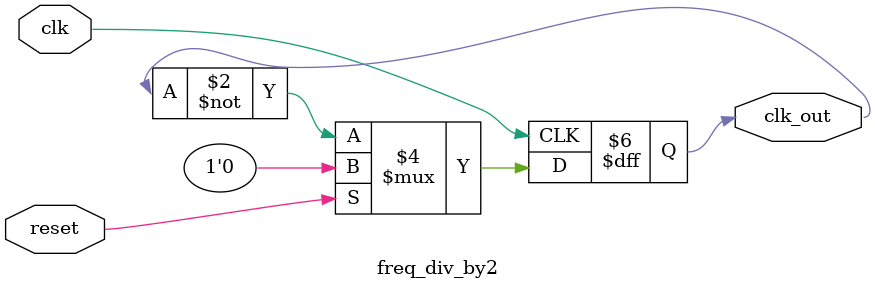
<source format=v>
module freq_div_by2 ( clk ,reset,clk_out );
output reg clk_out;
input clk ;
input reset;
always @(posedge clk)
begin
if (reset)
     clk_out <= 1'b0;
else
     clk_out <= ~clk_out;	
end
endmodule
</source>
